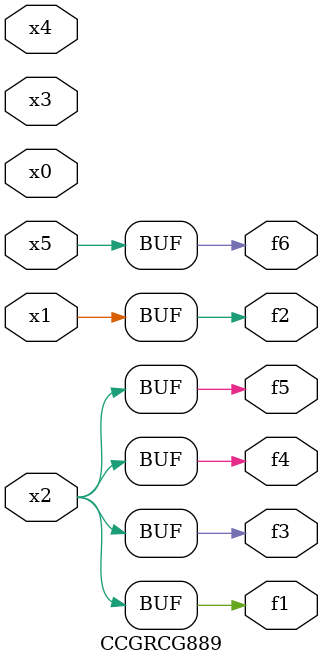
<source format=v>
module CCGRCG889(
	input x0, x1, x2, x3, x4, x5,
	output f1, f2, f3, f4, f5, f6
);
	assign f1 = x2;
	assign f2 = x1;
	assign f3 = x2;
	assign f4 = x2;
	assign f5 = x2;
	assign f6 = x5;
endmodule

</source>
